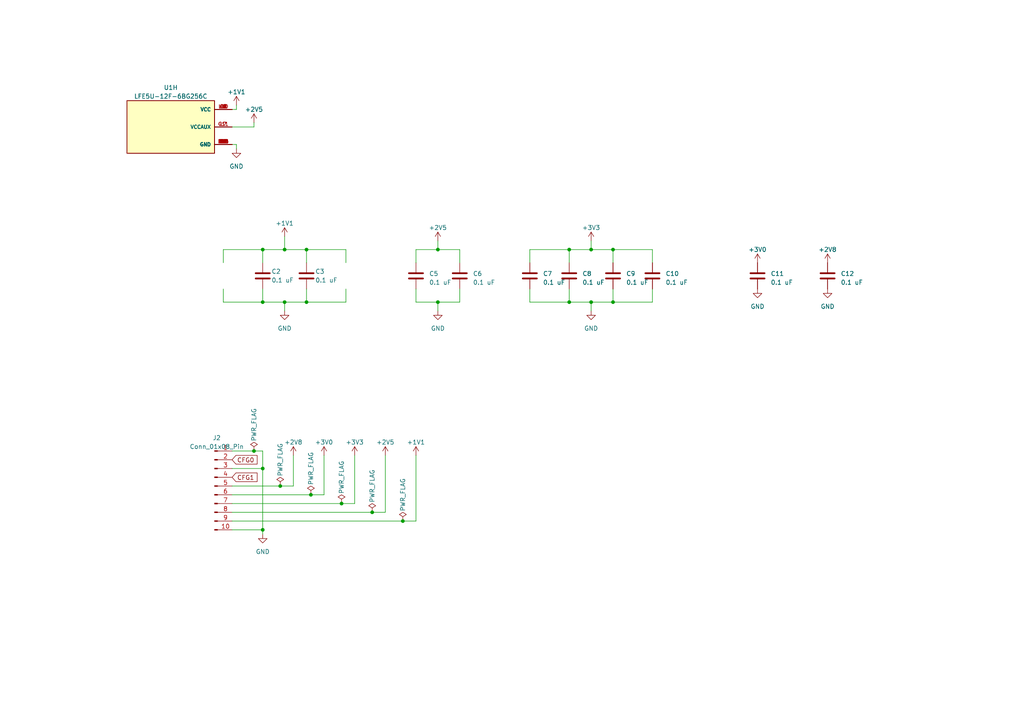
<source format=kicad_sch>
(kicad_sch (version 20230121) (generator eeschema)
  (paper "A4")
  (lib_symbols
    (symbol "Connector:Conn_01x10_Pin" (pin_names (offset 1.016) hide)
      (property "Reference" "J" (at 0 12.7 0))
      (property "Value" "Conn_01x10_Pin" (at 0 -15.24 0))
      (symbol "Conn_01x10_Pin_1_1"
        (polyline (pts (xy 1.27 -12.7) (xy 0.8636 -12.7)) (stroke (width 0.1524)))
        (polyline (pts (xy 1.27 -10.16) (xy 0.8636 -10.16)) (stroke (width 0.1524)))
        (polyline (pts (xy 1.27 -7.62) (xy 0.8636 -7.62)) (stroke (width 0.1524)))
        (polyline (pts (xy 1.27 -5.08) (xy 0.8636 -5.08)) (stroke (width 0.1524)))
        (polyline (pts (xy 1.27 -2.54) (xy 0.8636 -2.54)) (stroke (width 0.1524)))
        (polyline (pts (xy 1.27 0) (xy 0.8636 0)) (stroke (width 0.1524)))
        (polyline (pts (xy 1.27 2.54) (xy 0.8636 2.54)) (stroke (width 0.1524)))
        (polyline (pts (xy 1.27 5.08) (xy 0.8636 5.08)) (stroke (width 0.1524)))
        (polyline (pts (xy 1.27 7.62) (xy 0.8636 7.62)) (stroke (width 0.1524)))
        (polyline (pts (xy 1.27 10.16) (xy 0.8636 10.16)) (stroke (width 0.1524)))
        (rectangle (start 0.8636 -12.573) (end 0 -12.827) (stroke (width 0.1524)) (fill (type outline)))
        (rectangle (start 0.8636 -10.033) (end 0 -10.287) (stroke (width 0.1524)) (fill (type outline)))
        (rectangle (start 0.8636 -7.493) (end 0 -7.747) (stroke (width 0.1524)) (fill (type outline)))
        (rectangle (start 0.8636 -4.953) (end 0 -5.207) (stroke (width 0.1524)) (fill (type outline)))
        (rectangle (start 0.8636 -2.413) (end 0 -2.667) (stroke (width 0.1524)) (fill (type outline)))
        (rectangle (start 0.8636 0.127) (end 0 -0.127) (stroke (width 0.1524)) (fill (type outline)))
        (rectangle (start 0.8636 2.667) (end 0 2.413) (stroke (width 0.1524)) (fill (type outline)))
        (rectangle (start 0.8636 5.207) (end 0 4.953) (stroke (width 0.1524)) (fill (type outline)))
        (rectangle (start 0.8636 7.747) (end 0 7.493) (stroke (width 0.1524)) (fill (type outline)))
        (rectangle (start 0.8636 10.287) (end 0 10.033) (stroke (width 0.1524)) (fill (type outline)))
        (pin passive line (at 5.08 10.16 180) (length 3.81) (name "Pin_1") (number "1"))
        (pin passive line (at 5.08 -12.7 180) (length 3.81) (name "Pin_10") (number "10"))
        (pin passive line (at 5.08 7.62 180) (length 3.81) (name "Pin_2") (number "2"))
        (pin passive line (at 5.08 5.08 180) (length 3.81) (name "Pin_3") (number "3"))
        (pin passive line (at 5.08 2.54 180) (length 3.81) (name "Pin_4") (number "4"))
        (pin passive line (at 5.08 0 180) (length 3.81) (name "Pin_5") (number "5"))
        (pin passive line (at 5.08 -2.54 180) (length 3.81) (name "Pin_6") (number "6"))
        (pin passive line (at 5.08 -5.08 180) (length 3.81) (name "Pin_7") (number "7"))
        (pin passive line (at 5.08 -7.62 180) (length 3.81) (name "Pin_8") (number "8"))
        (pin passive line (at 5.08 -10.16 180) (length 3.81) (name "Pin_9") (number "9"))
      )
    )
    (symbol "Device:C" (pin_numbers hide) (pin_names (offset 0.254))
      (property "Reference" "C" (at 0.635 2.54 0))
      (property "Value" "C" (at 0.635 -2.54 0))
      (symbol "C_0_1"
        (polyline (pts (xy -2.032 -0.762) (xy 2.032 -0.762)) (stroke (width 0.508)))
        (polyline (pts (xy -2.032 0.762) (xy 2.032 0.762)) (stroke (width 0.508)))
      )
      (symbol "C_1_1"
        (pin passive line (at 0 3.81 270) (length 2.794) (name "~") (number "1"))
        (pin passive line (at 0 -3.81 90) (length 2.794) (name "~") (number "2"))
      )
    )
    (symbol "LFE5U-12F-6BG256C:LFE5U-12F-6BG256C" (pin_names (offset 1.016))
      (property "Reference" "U" (at -22.86 26.67 0))
      (property "Value" "LFE5U-12F-6BG256C" (at -22.86 -26.67 0))
      (symbol "LFE5U-12F-6BG256C_1_0"
        (rectangle (start -22.86 -25.4) (end 22.86 25.4) (stroke (width 0.254)) (fill (type background)))
        (pin bidirectional line (at -27.94 17.78 0) (length 5.08) (name "PT4A") (number "A2"))
        (pin bidirectional line (at -27.94 10.16 0) (length 5.08) (name "PT6A") (number "A3"))
        (pin bidirectional line (at -27.94 7.62 0) (length 5.08) (name "PT6B") (number "A4"))
        (pin bidirectional line (at 27.94 17.78 180) (length 5.08) (name "PT18A") (number "A5"))
        (pin bidirectional line (at 27.94 15.24 180) (length 5.08) (name "PT18B") (number "A6"))
        (pin bidirectional line (at 27.94 -20.32 180) (length 5.08) (name "PT29APCLKT0_0") (number "A7"))
        (pin bidirectional line (at 27.94 -22.86 180) (length 5.08) (name "PT29B/PCLKC0_0") (number "A8"))
        (pin bidirectional line (at -27.94 15.24 0) (length 5.08) (name "PT4B") (number "B3"))
        (pin bidirectional line (at -27.94 -7.62 0) (length 5.08) (name "PT11B") (number "B4"))
        (pin bidirectional line (at -27.94 -22.86 0) (length 5.08) (name "PT15B") (number "B5"))
        (pin bidirectional line (at 27.94 0 180) (length 5.08) (name "PT22B") (number "B6"))
        (pin bidirectional line (at 27.94 -15.24 180) (length 5.08) (name "PT27B/PCLKC0_1") (number "B7"))
        (pin bidirectional line (at -27.94 -5.08 0) (length 5.08) (name "PT11A") (number "C4"))
        (pin bidirectional line (at -27.94 -20.32 0) (length 5.08) (name "PT15A") (number "C5"))
        (pin bidirectional line (at 27.94 2.54 180) (length 5.08) (name "PT22A") (number "C6"))
        (pin bidirectional line (at 27.94 -12.7 180) (length 5.08) (name "PT27A/PCLKT0_1") (number "C7"))
        (pin bidirectional line (at -27.94 0 0) (length 5.08) (name "PT9B") (number "D4"))
        (pin bidirectional line (at -27.94 -15.24 0) (length 5.08) (name "PT13B") (number "D5"))
        (pin bidirectional line (at 27.94 7.62 180) (length 5.08) (name "PT20B") (number "D6"))
        (pin bidirectional line (at 27.94 -7.62 180) (length 5.08) (name "PT24B/GR_PCLK0_0") (number "D7"))
        (pin bidirectional line (at -27.94 2.54 0) (length 5.08) (name "PT9A") (number "E4"))
        (pin bidirectional line (at -27.94 -12.7 0) (length 5.08) (name "PT13A") (number "E5"))
        (pin bidirectional line (at 27.94 10.16 180) (length 5.08) (name "PT20A") (number "E6"))
        (pin bidirectional line (at 27.94 -5.08 180) (length 5.08) (name "PT24A/GR_PCLK0_1") (number "E7"))
        (pin power_in line (at 27.94 22.86 180) (length 5.08) (name "VCCIO0") (number "F6"))
        (pin power_in line (at 27.94 22.86 180) (length 5.08) (name "VCCIO0") (number "F7"))
      )
      (symbol "LFE5U-12F-6BG256C_2_0"
        (rectangle (start -22.86 -33.02) (end 22.86 33.02) (stroke (width 0.254)) (fill (type background)))
        (pin bidirectional line (at -27.94 15.24 0) (length 5.08) (name "PT42B") (number "A10"))
        (pin bidirectional line (at -27.94 -20.32 0) (length 5.08) (name "PT53A") (number "A11"))
        (pin bidirectional line (at -27.94 -22.86 0) (length 5.08) (name "PT53B") (number "A12"))
        (pin bidirectional line (at 27.94 2.54 180) (length 5.08) (name "PT65A") (number "A13"))
        (pin bidirectional line (at 27.94 0 180) (length 5.08) (name "PT65B") (number "A14"))
        (pin bidirectional line (at 27.94 -7.62 180) (length 5.08) (name "PT67B") (number "A15"))
        (pin bidirectional line (at -27.94 17.78 0) (length 5.08) (name "PT42A") (number "A9"))
        (pin bidirectional line (at -27.94 10.16 0) (length 5.08) (name "PT44A") (number "B10"))
        (pin bidirectional line (at -27.94 -5.08 0) (length 5.08) (name "PT49A") (number "B11"))
        (pin bidirectional line (at -27.94 -27.94 0) (length 5.08) (name "PT56A") (number "B12"))
        (pin bidirectional line (at 27.94 17.78 180) (length 5.08) (name "PT60A") (number "B13"))
        (pin bidirectional line (at 27.94 -5.08 180) (length 5.08) (name "PT67A") (number "B14"))
        (pin bidirectional line (at 27.94 -22.86 180) (length 5.08) (name "PT35B/PCLKC1_0") (number "B8"))
        (pin bidirectional line (at 27.94 -27.94 180) (length 5.08) (name "PT38A/GR_PCLK1_0") (number "B9"))
        (pin bidirectional line (at -27.94 7.62 0) (length 5.08) (name "PT44B") (number "C10"))
        (pin bidirectional line (at -27.94 -7.62 0) (length 5.08) (name "PT49B") (number "C11"))
        (pin bidirectional line (at -27.94 -30.48 0) (length 5.08) (name "PT56B") (number "C12"))
        (pin bidirectional line (at 27.94 15.24 180) (length 5.08) (name "PT60B") (number "C13"))
        (pin bidirectional line (at 27.94 -20.32 180) (length 5.08) (name "PT35A/PCLKT1_0") (number "C8"))
        (pin bidirectional line (at 27.94 -30.48 180) (length 5.08) (name "PT38B/GR_PCLK1_1") (number "C9"))
        (pin bidirectional line (at -27.94 2.54 0) (length 5.08) (name "PT47A") (number "D10"))
        (pin bidirectional line (at -27.94 -12.7 0) (length 5.08) (name "PT51A") (number "D11"))
        (pin bidirectional line (at 27.94 25.4 180) (length 5.08) (name "PT58A") (number "D12"))
        (pin bidirectional line (at 27.94 10.16 180) (length 5.08) (name "PT62A") (number "D13"))
        (pin bidirectional line (at 27.94 -15.24 180) (length 5.08) (name "PT33B/PCLKC1_1") (number "D8"))
        (pin bidirectional line (at -27.94 25.4 0) (length 5.08) (name "PT40A") (number "D9"))
        (pin bidirectional line (at -27.94 0 0) (length 5.08) (name "PT47B") (number "E10"))
        (pin bidirectional line (at -27.94 -15.24 0) (length 5.08) (name "PT51B") (number "E11"))
        (pin bidirectional line (at 27.94 22.86 180) (length 5.08) (name "PT58B") (number "E12"))
        (pin bidirectional line (at 27.94 7.62 180) (length 5.08) (name "PT62B") (number "E13"))
        (pin bidirectional line (at 27.94 -12.7 180) (length 5.08) (name "PT33A/PCLKT1_1") (number "E8"))
        (pin bidirectional line (at -27.94 22.86 0) (length 5.08) (name "PT40B") (number "E9"))
        (pin power_in line (at 27.94 30.48 180) (length 5.08) (name "VCCIO1") (number "F10"))
        (pin power_in line (at 27.94 30.48 180) (length 5.08) (name "VCCIO1") (number "F11"))
      )
      (symbol "LFE5U-12F-6BG256C_3_0"
        (rectangle (start -25.4 -27.94) (end 25.4 27.94) (stroke (width 0.254)) (fill (type background)))
        (pin bidirectional line (at -30.48 17.78 0) (length 5.08) (name "PR2B/S0_IN") (number "B15"))
        (pin bidirectional line (at -30.48 20.32 0) (length 5.08) (name "PR2A") (number "B16"))
        (pin bidirectional line (at -30.48 15.24 0) (length 5.08) (name "PR2C") (number "C14"))
        (pin bidirectional line (at -30.48 5.08 0) (length 5.08) (name "PR5B") (number "C15"))
        (pin bidirectional line (at -30.48 7.62 0) (length 5.08) (name "PR5A") (number "C16"))
        (pin bidirectional line (at -30.48 12.7 0) (length 5.08) (name "PR2D") (number "D14"))
        (pin bidirectional line (at -30.48 -5.08 0) (length 5.08) (name "PR8A") (number "D16"))
        (pin bidirectional line (at -30.48 2.54 0) (length 5.08) (name "PR5C") (number "E14"))
        (pin bidirectional line (at -30.48 -7.62 0) (length 5.08) (name "PR8B") (number "E15"))
        (pin bidirectional line (at -30.48 -25.4 0) (length 5.08) (name "PR11D") (number "E16"))
        (pin bidirectional line (at -30.48 -12.7 0) (length 5.08) (name "PR8D") (number "F12"))
        (pin bidirectional line (at -30.48 -10.16 0) (length 5.08) (name "PR8C") (number "F13"))
        (pin bidirectional line (at -30.48 0 0) (length 5.08) (name "PR5D") (number "F14"))
        (pin bidirectional line (at -30.48 -22.86 0) (length 5.08) (name "PR11C") (number "F15"))
        (pin bidirectional line (at 30.48 20.32 180) (length 5.08) (name "PR14A") (number "F16"))
        (pin bidirectional line (at -30.48 -17.78 0) (length 5.08) (name "PR11A") (number "G12"))
        (pin bidirectional line (at -30.48 -20.32 0) (length 5.08) (name "PR11B") (number "G13"))
        (pin bidirectional line (at 30.48 15.24 180) (length 5.08) (name "PR14C/VREF1_2") (number "G14"))
        (pin bidirectional line (at 30.48 17.78 180) (length 5.08) (name "PR14B") (number "G15"))
        (pin bidirectional line (at 30.48 -5.08 180) (length 5.08) (name "PR20A/GR_PCLK2_1") (number "G16"))
        (pin power_in line (at 30.48 25.4 180) (length 5.08) (name "VCCIO2") (number "H11"))
        (pin bidirectional line (at 30.48 7.62 180) (length 5.08) (name "PR17A") (number "H12"))
        (pin bidirectional line (at 30.48 5.08 180) (length 5.08) (name "PR17B") (number "H13"))
        (pin bidirectional line (at 30.48 12.7 180) (length 5.08) (name "PR14D") (number "H14"))
        (pin bidirectional line (at 30.48 -7.62 180) (length 5.08) (name "PR20B") (number "H15"))
        (pin power_in line (at 30.48 25.4 180) (length 5.08) (name "VCCIO2") (number "J11"))
        (pin bidirectional line (at 30.48 0 180) (length 5.08) (name "PR17D") (number "J12"))
        (pin bidirectional line (at 30.48 2.54 180) (length 5.08) (name "PR17C") (number "J13"))
        (pin bidirectional line (at 30.48 -10.16 180) (length 5.08) (name "PR20C/GR_PCLK2_0") (number "J14"))
        (pin bidirectional line (at 30.48 -20.32 180) (length 5.08) (name "PR23B/PCLKC2_1") (number "J15"))
        (pin bidirectional line (at 30.48 -17.78 180) (length 5.08) (name "PR23A/PCLKT2_1") (number "J16"))
        (pin bidirectional line (at 30.48 -12.7 180) (length 5.08) (name "PR20D") (number "K14"))
        (pin bidirectional line (at 30.48 -25.4 180) (length 5.08) (name "PR23D/PCLKC2_0") (number "K15"))
        (pin bidirectional line (at 30.48 -22.86 180) (length 5.08) (name "PR23C/PCLKT2_0") (number "K16"))
      )
      (symbol "LFE5U-12F-6BG256C_4_0"
        (rectangle (start -25.4 -27.94) (end 25.4 27.94) (stroke (width 0.254)) (fill (type background)))
        (pin power_in line (at 30.48 25.4 180) (length 5.08) (name "VCCIO3") (number "K11"))
        (pin bidirectional line (at -30.48 5.08 0) (length 5.08) (name "PR29B") (number "K12"))
        (pin bidirectional line (at -30.48 7.62 0) (length 5.08) (name "PR29A/GR_PCLK3_0") (number "K13"))
        (pin power_in line (at 30.48 25.4 180) (length 5.08) (name "VCCIO3") (number "L11"))
        (pin bidirectional line (at -30.48 0 0) (length 5.08) (name "PR29D") (number "L12"))
        (pin bidirectional line (at -30.48 2.54 0) (length 5.08) (name "PR29C/GR_PCLK3_1") (number "L13"))
        (pin bidirectional line (at -30.48 -10.16 0) (length 5.08) (name "PR32C") (number "L14"))
        (pin bidirectional line (at -30.48 17.78 0) (length 5.08) (name "PR26B/PCLKC3_1") (number "L15"))
        (pin bidirectional line (at -30.48 20.32 0) (length 5.08) (name "PR26A/PCLKT3_1") (number "L16"))
        (pin bidirectional line (at 30.48 -17.78 180) (length 5.08) (name "PR47A") (number "M11"))
        (pin bidirectional line (at 30.48 -10.16 180) (length 5.08) (name "PR44C") (number "M12"))
        (pin bidirectional line (at -30.48 -22.86 0) (length 5.08) (name "PR35C") (number "M13"))
        (pin bidirectional line (at -30.48 -12.7 0) (length 5.08) (name "PR32D") (number "M14"))
        (pin bidirectional line (at -30.48 12.7 0) (length 5.08) (name "PR26D/PCLKC3_0") (number "M15"))
        (pin bidirectional line (at -30.48 15.24 0) (length 5.08) (name "PR26C/PCLKT3_0") (number "M16"))
        (pin bidirectional line (at 30.48 -20.32 180) (length 5.08) (name "PR47B") (number "N11"))
        (pin bidirectional line (at 30.48 -12.7 180) (length 5.08) (name "PR44D") (number "N12"))
        (pin bidirectional line (at 30.48 20.32 180) (length 5.08) (name "PR38A") (number "N13"))
        (pin bidirectional line (at -30.48 -25.4 0) (length 5.08) (name "PR35D") (number "N14"))
        (pin bidirectional line (at -30.48 -5.08 0) (length 5.08) (name "PR32A") (number "N16"))
        (pin bidirectional line (at 30.48 -22.86 180) (length 5.08) (name "PR47C/LRC_GPLL0T_IN") (number "P11"))
        (pin bidirectional line (at 30.48 -25.4 180) (length 5.08) (name "PR47D/LRC_GPLL0C_IN") (number "P12"))
        (pin bidirectional line (at 30.48 7.62 180) (length 5.08) (name "PR41A") (number "P13"))
        (pin bidirectional line (at 30.48 17.78 180) (length 5.08) (name "PR38B") (number "P14"))
        (pin bidirectional line (at -30.48 -7.62 0) (length 5.08) (name "PR32B") (number "P15"))
        (pin bidirectional line (at -30.48 -17.78 0) (length 5.08) (name "PR35A") (number "P16"))
        (pin bidirectional line (at 30.48 -5.08 180) (length 5.08) (name "PR44A") (number "R12"))
        (pin bidirectional line (at 30.48 2.54 180) (length 5.08) (name "PR41C") (number "R13"))
        (pin bidirectional line (at 30.48 5.08 180) (length 5.08) (name "PR41B") (number "R14"))
        (pin bidirectional line (at 30.48 15.24 180) (length 5.08) (name "PR38C") (number "R15"))
        (pin bidirectional line (at -30.48 -20.32 0) (length 5.08) (name "PR35B/VREF1_3") (number "R16"))
        (pin bidirectional line (at 30.48 -7.62 180) (length 5.08) (name "PR44B") (number "T13"))
        (pin bidirectional line (at 30.48 0 180) (length 5.08) (name "PR41D") (number "T14"))
        (pin bidirectional line (at 30.48 12.7 180) (length 5.08) (name "PR38D") (number "T15"))
      )
      (symbol "LFE5U-12F-6BG256C_5_0"
        (rectangle (start -25.4 -27.94) (end 25.4 27.94) (stroke (width 0.254)) (fill (type background)))
        (pin power_in line (at 30.48 25.4 180) (length 5.08) (name "VCCIO6") (number "J6"))
        (pin power_in line (at 30.48 25.4 180) (length 5.08) (name "VCCIO6") (number "J7"))
        (pin bidirectional line (at -30.48 7.62 0) (length 5.08) (name "PL29A/GR_PCLK6_0") (number "K4"))
        (pin bidirectional line (at -30.48 5.08 0) (length 5.08) (name "PL29B") (number "K5"))
        (pin bidirectional line (at -30.48 20.32 0) (length 5.08) (name "PL26A/PCLKT6_1") (number "L1"))
        (pin bidirectional line (at -30.48 17.78 0) (length 5.08) (name "PL26B/PCLKC6_1") (number "L2"))
        (pin bidirectional line (at -30.48 -10.16 0) (length 5.08) (name "PL32C") (number "L3"))
        (pin bidirectional line (at -30.48 2.54 0) (length 5.08) (name "PL29C/PCLKT6_0") (number "L4"))
        (pin bidirectional line (at -30.48 0 0) (length 5.08) (name "PL29D") (number "L5"))
        (pin bidirectional line (at -30.48 15.24 0) (length 5.08) (name "PL26C/PCLKT6_0") (number "M1"))
        (pin bidirectional line (at -30.48 12.7 0) (length 5.08) (name "PL26D/PCLKC6_0") (number "M2"))
        (pin bidirectional line (at -30.48 -12.7 0) (length 5.08) (name "PL32D") (number "M3"))
        (pin bidirectional line (at -30.48 -22.86 0) (length 5.08) (name "PL35C") (number "M4"))
        (pin bidirectional line (at 30.48 -10.16 180) (length 5.08) (name "PL44C") (number "M5"))
        (pin bidirectional line (at 30.48 -17.78 180) (length 5.08) (name "PL47A") (number "M6"))
        (pin bidirectional line (at -30.48 -5.08 0) (length 5.08) (name "PL32A") (number "N1"))
        (pin bidirectional line (at -30.48 -25.4 0) (length 5.08) (name "PL35D") (number "N3"))
        (pin bidirectional line (at 30.48 20.32 180) (length 5.08) (name "PL38A") (number "N4"))
        (pin bidirectional line (at 30.48 -12.7 180) (length 5.08) (name "PL44D") (number "N5"))
        (pin bidirectional line (at 30.48 -20.32 180) (length 5.08) (name "PL47B") (number "N6"))
        (pin bidirectional line (at -30.48 -17.78 0) (length 5.08) (name "PL35A") (number "P1"))
        (pin bidirectional line (at -30.48 -7.62 0) (length 5.08) (name "PL32B") (number "P2"))
        (pin bidirectional line (at 30.48 17.78 180) (length 5.08) (name "PL38B") (number "P3"))
        (pin bidirectional line (at 30.48 7.62 180) (length 5.08) (name "PL41A") (number "P4"))
        (pin bidirectional line (at 30.48 -25.4 180) (length 5.08) (name "PL47D/LLC_GPLL0C_IN") (number "P5"))
        (pin bidirectional line (at 30.48 -22.86 180) (length 5.08) (name "PL47C/LLC_GPLL0T_IN") (number "P6"))
        (pin bidirectional line (at -30.48 -20.32 0) (length 5.08) (name "PL35B/VREF1_6") (number "R1"))
        (pin bidirectional line (at 30.48 15.24 180) (length 5.08) (name "PL38C") (number "R2"))
        (pin bidirectional line (at 30.48 5.08 180) (length 5.08) (name "PL41B") (number "R3"))
        (pin bidirectional line (at 30.48 2.54 180) (length 5.08) (name "PL41C") (number "R4"))
        (pin bidirectional line (at 30.48 -5.08 180) (length 5.08) (name "PL44A") (number "R5"))
        (pin bidirectional line (at 30.48 12.7 180) (length 5.08) (name "PL38D") (number "T2"))
        (pin bidirectional line (at 30.48 0 180) (length 5.08) (name "PL41D") (number "T3"))
        (pin bidirectional line (at 30.48 -7.62 180) (length 5.08) (name "PL44B") (number "T4"))
      )
      (symbol "LFE5U-12F-6BG256C_6_0"
        (rectangle (start -25.4 -27.94) (end 25.4 27.94) (stroke (width 0.254)) (fill (type background)))
        (pin bidirectional line (at -30.48 20.32 0) (length 5.08) (name "PL2A") (number "B1"))
        (pin bidirectional line (at -30.48 17.78 0) (length 5.08) (name "PL2B") (number "B2"))
        (pin bidirectional line (at -30.48 7.62 0) (length 5.08) (name "PL5A") (number "C1"))
        (pin bidirectional line (at -30.48 5.08 0) (length 5.08) (name "PL5B") (number "C2"))
        (pin bidirectional line (at -30.48 15.24 0) (length 5.08) (name "PL2C") (number "C3"))
        (pin bidirectional line (at -30.48 -5.08 0) (length 5.08) (name "PL8A") (number "D1"))
        (pin bidirectional line (at -30.48 12.7 0) (length 5.08) (name "PL2D") (number "D3"))
        (pin bidirectional line (at -30.48 -25.4 0) (length 5.08) (name "PL11D") (number "E1"))
        (pin bidirectional line (at -30.48 -7.62 0) (length 5.08) (name "PL8B") (number "E2"))
        (pin bidirectional line (at -30.48 2.54 0) (length 5.08) (name "PL5C") (number "E3"))
        (pin bidirectional line (at 30.48 20.32 180) (length 5.08) (name "PL14A") (number "F1"))
        (pin bidirectional line (at -30.48 -22.86 0) (length 5.08) (name "PL11C") (number "F2"))
        (pin bidirectional line (at -30.48 0 0) (length 5.08) (name "PL5D") (number "F3"))
        (pin bidirectional line (at -30.48 -10.16 0) (length 5.08) (name "PL8C") (number "F4"))
        (pin bidirectional line (at -30.48 -12.7 0) (length 5.08) (name "PL8D") (number "F5"))
        (pin bidirectional line (at 30.48 -5.08 180) (length 5.08) (name "PL20A/GR_PCLK7_1") (number "G1"))
        (pin bidirectional line (at 30.48 17.78 180) (length 5.08) (name "PL14B") (number "G2"))
        (pin bidirectional line (at 30.48 15.24 180) (length 5.08) (name "PL14C/VREF1_7") (number "G3"))
        (pin bidirectional line (at -30.48 -20.32 0) (length 5.08) (name "PL11B") (number "G4"))
        (pin bidirectional line (at -30.48 -17.78 0) (length 5.08) (name "PL11A") (number "G5"))
        (pin bidirectional line (at 30.48 -7.62 180) (length 5.08) (name "PL20B") (number "H2"))
        (pin bidirectional line (at 30.48 12.7 180) (length 5.08) (name "PL14D") (number "H3"))
        (pin bidirectional line (at 30.48 5.08 180) (length 5.08) (name "PL17B") (number "H4"))
        (pin bidirectional line (at 30.48 7.62 180) (length 5.08) (name "PL17A") (number "H5"))
        (pin power_in line (at 30.48 25.4 180) (length 5.08) (name "VCCIO7") (number "H6"))
        (pin power_in line (at 30.48 25.4 180) (length 5.08) (name "VCCIO7") (number "H7"))
        (pin bidirectional line (at 30.48 -17.78 180) (length 5.08) (name "PL23A/PCLKT7_1") (number "J1"))
        (pin bidirectional line (at 30.48 -20.32 180) (length 5.08) (name "PL23B/PCLKC7_1") (number "J2"))
        (pin bidirectional line (at 30.48 -10.16 180) (length 5.08) (name "PL20C/GR_PCLK7_0") (number "J3"))
        (pin bidirectional line (at 30.48 2.54 180) (length 5.08) (name "PL17C") (number "J4"))
        (pin bidirectional line (at 30.48 0 180) (length 5.08) (name "PL17D") (number "J5"))
        (pin bidirectional line (at 30.48 -22.86 180) (length 5.08) (name "PL23C/PCLKT7_0") (number "K1"))
        (pin bidirectional line (at 30.48 -25.4 180) (length 5.08) (name "PL23D/PCLKC7_0") (number "K2"))
        (pin bidirectional line (at 30.48 -12.7 180) (length 5.08) (name "PL20D") (number "K3"))
      )
      (symbol "LFE5U-12F-6BG256C_7_0"
        (rectangle (start -30.48 -20.32) (end 30.48 20.32) (stroke (width 0.254)) (fill (type background)))
        (pin power_in line (at 35.56 17.78 180) (length 5.08) (name "VCCIO8") (number "L6"))
        (pin bidirectional line (at 35.56 0 180) (length 5.08) (name "PB9B/D2/IO2") (number "M7"))
        (pin bidirectional line (at -35.56 -10.16 0) (length 5.08) (name "PB15B/DOUT/CSON") (number "M8"))
        (pin bidirectional line (at 35.56 -17.78 180) (length 5.08) (name "PB18A/WRITEN") (number "M9"))
        (pin input line (at -35.56 7.62 0) (length 5.08) (name "CFG_0") (number "N10"))
        (pin bidirectional line (at 35.56 2.54 180) (length 5.08) (name "PB9A/D3/IO3") (number "N7"))
        (pin bidirectional line (at -35.56 -12.7 0) (length 5.08) (name "PB15A/~{HOLD~{/DI/BUSY/CSSPIN/CEN}") (number "N8"))
        (pin input clock (at -35.56 10.16 0) (length 5.08) (name "CCLK/MCLK/SCK") (number "N9"))
        (pin input line (at -35.56 5.08 0) (length 5.08) (name "CFG_1") (number "P10"))
        (pin bidirectional line (at 35.56 5.08 180) (length 5.08) (name "PB6B/D4/MOSI2/IO4") (number "P7"))
        (pin bidirectional line (at 35.56 -12.7 180) (length 5.08) (name "PB13B/~{CS1}") (number "P8"))
        (pin bidirectional line (at -35.56 -2.54 0) (length 5.08) (name "DONE") (number "P9"))
        (pin input line (at -35.56 2.54 0) (length 5.08) (name "CFG_2") (number "R10"))
        (pin bidirectional line (at 35.56 10.16 180) (length 5.08) (name "PB4B/D6/IO6") (number "R6"))
        (pin bidirectional line (at 35.56 7.62 180) (length 5.08) (name "PB6A/D5/MISO2/IO5") (number "R7"))
        (pin bidirectional line (at 35.56 -10.16 180) (length 5.08) (name "PB13A/SN/~{CS}") (number "R8"))
        (pin input line (at -35.56 12.7 0) (length 5.08) (name "~{PROGRAM}") (number "R9"))
        (pin bidirectional line (at 35.56 12.7 180) (length 5.08) (name "PB4A/D7/IO7") (number "T6"))
        (pin bidirectional line (at 35.56 -2.54 180) (length 5.08) (name "PB11A/D1/MISO/IO1") (number "T7"))
        (pin bidirectional line (at 35.56 -5.08 180) (length 5.08) (name "PB11B/D0/MOSI/IO0") (number "T8"))
        (pin bidirectional line (at -35.56 -5.08 0) (length 5.08) (name "~{INIT}") (number "T9"))
      )
      (symbol "LFE5U-12F-6BG256C_8_0"
        (rectangle (start -12.7 -7.62) (end 12.7 7.62) (stroke (width 0.254)) (fill (type background)))
        (pin power_in line (at 17.78 -5.08 180) (length 5.08) (name "GND") (number "A1"))
        (pin power_in line (at 17.78 -5.08 180) (length 5.08) (name "GND") (number "A16"))
        (pin power_in line (at 17.78 -5.08 180) (length 5.08) (name "GND") (number "D15"))
        (pin power_in line (at 17.78 -5.08 180) (length 5.08) (name "GND") (number "D2"))
        (pin power_in line (at 17.78 -5.08 180) (length 5.08) (name "GND") (number "F8"))
        (pin power_in line (at 17.78 -5.08 180) (length 5.08) (name "GND") (number "F9"))
        (pin power_in line (at 17.78 -5.08 180) (length 5.08) (name "GND") (number "G10"))
        (pin power_in line (at 17.78 0 180) (length 5.08) (name "VCCAUX") (number "G11"))
        (pin power_in line (at 17.78 5.08 180) (length 5.08) (name "VCC") (number "G6"))
        (pin power_in line (at 17.78 5.08 180) (length 5.08) (name "VCC") (number "G7"))
        (pin power_in line (at 17.78 -5.08 180) (length 5.08) (name "GND") (number "G8"))
        (pin power_in line (at 17.78 5.08 180) (length 5.08) (name "VCC") (number "G9"))
        (pin power_in line (at 17.78 -5.08 180) (length 5.08) (name "GND") (number "H1"))
        (pin power_in line (at 17.78 -5.08 180) (length 5.08) (name "GND") (number "H10"))
        (pin power_in line (at 17.78 -5.08 180) (length 5.08) (name "GND") (number "H16"))
        (pin power_in line (at 17.78 -5.08 180) (length 5.08) (name "GND") (number "H8"))
        (pin power_in line (at 17.78 -5.08 180) (length 5.08) (name "GND") (number "H9"))
        (pin power_in line (at 17.78 -5.08 180) (length 5.08) (name "GND") (number "J10"))
        (pin power_in line (at 17.78 -5.08 180) (length 5.08) (name "GND") (number "J8"))
        (pin power_in line (at 17.78 -5.08 180) (length 5.08) (name "GND") (number "J9"))
        (pin power_in line (at 17.78 -5.08 180) (length 5.08) (name "GND") (number "K10"))
        (pin power_in line (at 17.78 -5.08 180) (length 5.08) (name "GND") (number "K6"))
        (pin power_in line (at 17.78 -5.08 180) (length 5.08) (name "GND") (number "K7"))
        (pin power_in line (at 17.78 -5.08 180) (length 5.08) (name "GND") (number "K8"))
        (pin power_in line (at 17.78 -5.08 180) (length 5.08) (name "GND") (number "K9"))
        (pin power_in line (at 17.78 5.08 180) (length 5.08) (name "VCC") (number "L10"))
        (pin power_in line (at 17.78 0 180) (length 5.08) (name "VCCAUX") (number "L7"))
        (pin power_in line (at 17.78 5.08 180) (length 5.08) (name "VCC") (number "L8"))
        (pin power_in line (at 17.78 5.08 180) (length 5.08) (name "VCC") (number "L9"))
        (pin power_in line (at 17.78 -5.08 180) (length 5.08) (name "GND") (number "N15"))
        (pin power_in line (at 17.78 -5.08 180) (length 5.08) (name "GND") (number "N2"))
        (pin power_in line (at 17.78 -5.08 180) (length 5.08) (name "GND") (number "T1"))
        (pin power_in line (at 17.78 -5.08 180) (length 5.08) (name "GND") (number "T12"))
        (pin power_in line (at 17.78 -5.08 180) (length 5.08) (name "GND") (number "T16"))
        (pin power_in line (at 17.78 -5.08 180) (length 5.08) (name "GND") (number "T5"))
      )
      (symbol "LFE5U-12F-6BG256C_9_0"
        (rectangle (start -5.08 -7.62) (end 5.08 5.08) (stroke (width 0.254)) (fill (type background)))
        (pin output line (at -10.16 0 0) (length 5.08) (name "TDO") (number "M10"))
        (pin input line (at -10.16 2.54 0) (length 5.08) (name "TDI") (number "R11"))
        (pin bidirectional clock (at -10.16 -5.08 0) (length 5.08) (name "TCK") (number "T10"))
        (pin input line (at -10.16 -2.54 0) (length 5.08) (name "TMS") (number "T11"))
      )
    )
    (symbol "power:+1V1" (power) (pin_names (offset 0))
      (property "Value" "+1V1" (at 0 3.556 0))
      (symbol "+1V1_0_1"
        (polyline (pts (xy -0.762 1.27) (xy 0 2.54)))
        (polyline (pts (xy 0 0) (xy 0 2.54)))
        (polyline (pts (xy 0 2.54) (xy 0.762 1.27)))
      )
      (symbol "+1V1_1_1"
        (pin power_in line (at 0 0 90) (length 0) hide (name "+1V1") (number "1"))
      )
    )
    (symbol "power:+2V5" (power) (pin_names (offset 0))
      (property "Value" "+2V5" (at 0 3.556 0))
      (symbol "+2V5_0_1"
        (polyline (pts (xy -0.762 1.27) (xy 0 2.54)))
        (polyline (pts (xy 0 0) (xy 0 2.54)))
        (polyline (pts (xy 0 2.54) (xy 0.762 1.27)))
      )
      (symbol "+2V5_1_1"
        (pin power_in line (at 0 0 90) (length 0) hide (name "+2V5") (number "1"))
      )
    )
    (symbol "power:+2V8" (power) (pin_names (offset 0))
      (property "Value" "+2V8" (at 0 3.556 0))
      (symbol "+2V8_0_1"
        (polyline (pts (xy -0.762 1.27) (xy 0 2.54)))
        (polyline (pts (xy 0 0) (xy 0 2.54)))
        (polyline (pts (xy 0 2.54) (xy 0.762 1.27)))
      )
      (symbol "+2V8_1_1"
        (pin power_in line (at 0 0 90) (length 0) hide (name "+2V8") (number "1"))
      )
    )
    (symbol "power:+3V0" (power) (pin_names (offset 0))
      (property "Value" "+3V0" (at 0 3.556 0))
      (symbol "+3V0_0_1"
        (polyline (pts (xy -0.762 1.27) (xy 0 2.54)))
        (polyline (pts (xy 0 0) (xy 0 2.54)))
        (polyline (pts (xy 0 2.54) (xy 0.762 1.27)))
      )
      (symbol "+3V0_1_1"
        (pin power_in line (at 0 0 90) (length 0) hide (name "+3V0") (number "1"))
      )
    )
    (symbol "power:+3V3" (power) (pin_names (offset 0))
      (property "Value" "+3V3" (at 0 3.556 0))
      (symbol "+3V3_0_1"
        (polyline (pts (xy -0.762 1.27) (xy 0 2.54)))
        (polyline (pts (xy 0 0) (xy 0 2.54)))
        (polyline (pts (xy 0 2.54) (xy 0.762 1.27)))
      )
      (symbol "+3V3_1_1"
        (pin power_in line (at 0 0 90) (length 0) hide (name "+3V3") (number "1"))
      )
    )
    (symbol "power:GND" (power) (pin_names (offset 0))
      (property "Value" "GND" (at 0 -3.81 0))
      (symbol "GND_0_1"
        (polyline (pts (xy 0 0) (xy 0 -1.27) (xy 1.27 -1.27) (xy 0 -2.54) (xy -1.27 -1.27) (xy 0 -1.27)))
      )
      (symbol "GND_1_1"
        (pin power_in line (at 0 0 270) (length 0) hide (name "GND") (number "1"))
      )
    )
    (symbol "power:PWR_FLAG" (power) (pin_numbers hide) (pin_names (offset 0) hide)
      (property "Value" "PWR_FLAG" (at 0 3.81 0))
      (symbol "PWR_FLAG_0_0"
        (pin power_out line (at 0 0 90) (length 0) (name "pwr") (number "1"))
      )
      (symbol "PWR_FLAG_0_1"
        (polyline (pts (xy 0 0) (xy 0 1.27) (xy -1.016 1.905) (xy 0 2.54) (xy 1.016 1.905) (xy 0 1.27)))
      )
    )
  )
  (junction (at 171.45 87.63))
  (junction (at 76.2 72.39))
  (junction (at 76.2 87.63))
  (junction (at 165.1 87.63))
  (junction (at 81.28 140.97))
  (junction (at 73.66 130.81))
  (junction (at 88.9 87.63))
  (junction (at 177.8 87.63))
  (junction (at 82.55 72.39))
  (junction (at 107.95 148.59))
  (junction (at 177.8 72.39))
  (junction (at 82.55 87.63))
  (junction (at 76.2 135.89))
  (junction (at 127 72.39))
  (junction (at 127 87.63))
  (junction (at 99.06 146.05))
  (junction (at 90.17 143.51))
  (junction (at 76.2 153.67))
  (junction (at 171.45 72.39))
  (junction (at 165.1 72.39))
  (junction (at 88.9 72.39))
  (junction (at 116.84 151.13))
  (wire (pts (xy 120.65 87.63) (xy 120.65 83.82)))
  (wire (pts (xy 165.1 87.63) (xy 171.45 87.63)))
  (wire (pts (xy 171.45 87.63) (xy 177.8 87.63)))
  (wire (pts (xy 88.9 87.63) (xy 100.33 87.63)))
  (wire (pts (xy 76.2 87.63) (xy 64.77 87.63)))
  (wire (pts (xy 67.31 143.51) (xy 90.17 143.51)))
  (wire (pts (xy 133.35 83.82) (xy 133.35 87.63)))
  (wire (pts (xy 76.2 130.81) (xy 73.66 130.81)))
  (wire (pts (xy 67.31 151.13) (xy 116.84 151.13)))
  (wire (pts (xy 82.55 72.39) (xy 88.9 72.39)))
  (wire (pts (xy 177.8 72.39) (xy 177.8 76.2)))
  (wire (pts (xy 100.33 72.39) (xy 100.33 76.2)))
  (wire (pts (xy 67.31 36.83) (xy 73.66 36.83)))
  (wire (pts (xy 88.9 83.82) (xy 88.9 87.63)))
  (wire (pts (xy 76.2 72.39) (xy 82.55 72.39)))
  (wire (pts (xy 67.31 31.75) (xy 68.58 31.75)))
  (wire (pts (xy 153.67 72.39) (xy 153.67 76.2)))
  (wire (pts (xy 165.1 72.39) (xy 153.67 72.39)))
  (wire (pts (xy 171.45 72.39) (xy 177.8 72.39)))
  (wire (pts (xy 68.58 41.91) (xy 68.58 43.18)))
  (wire (pts (xy 165.1 72.39) (xy 165.1 76.2)))
  (wire (pts (xy 67.31 148.59) (xy 107.95 148.59)))
  (wire (pts (xy 102.87 146.05) (xy 102.87 132.08)))
  (wire (pts (xy 76.2 72.39) (xy 64.77 72.39)))
  (wire (pts (xy 67.31 140.97) (xy 81.28 140.97)))
  (wire (pts (xy 127 72.39) (xy 120.65 72.39)))
  (wire (pts (xy 120.65 87.63) (xy 127 87.63)))
  (wire (pts (xy 171.45 72.39) (xy 165.1 72.39)))
  (wire (pts (xy 153.67 83.82) (xy 153.67 87.63)))
  (wire (pts (xy 171.45 69.85) (xy 171.45 72.39)))
  (wire (pts (xy 67.31 146.05) (xy 99.06 146.05)))
  (wire (pts (xy 165.1 83.82) (xy 165.1 87.63)))
  (wire (pts (xy 81.28 140.97) (xy 85.09 140.97)))
  (wire (pts (xy 76.2 87.63) (xy 82.55 87.63)))
  (wire (pts (xy 82.55 87.63) (xy 88.9 87.63)))
  (wire (pts (xy 67.31 153.67) (xy 76.2 153.67)))
  (wire (pts (xy 82.55 68.58) (xy 82.55 72.39)))
  (wire (pts (xy 153.67 87.63) (xy 165.1 87.63)))
  (wire (pts (xy 111.76 132.08) (xy 111.76 148.59)))
  (wire (pts (xy 73.66 130.81) (xy 67.31 130.81)))
  (wire (pts (xy 189.23 72.39) (xy 189.23 76.2)))
  (wire (pts (xy 73.66 36.83) (xy 73.66 35.56)))
  (wire (pts (xy 99.06 146.05) (xy 102.87 146.05)))
  (wire (pts (xy 127 90.17) (xy 127 87.63)))
  (wire (pts (xy 127 69.85) (xy 127 72.39)))
  (wire (pts (xy 189.23 72.39) (xy 177.8 72.39)))
  (wire (pts (xy 76.2 72.39) (xy 76.2 76.2)))
  (wire (pts (xy 76.2 135.89) (xy 76.2 153.67)))
  (wire (pts (xy 68.58 31.75) (xy 68.58 30.48)))
  (wire (pts (xy 76.2 153.67) (xy 76.2 154.94)))
  (wire (pts (xy 82.55 87.63) (xy 82.55 90.17)))
  (wire (pts (xy 127 87.63) (xy 133.35 87.63)))
  (wire (pts (xy 107.95 148.59) (xy 111.76 148.59)))
  (wire (pts (xy 76.2 83.82) (xy 76.2 87.63)))
  (wire (pts (xy 67.31 41.91) (xy 68.58 41.91)))
  (wire (pts (xy 64.77 72.39) (xy 64.77 76.2)))
  (wire (pts (xy 88.9 72.39) (xy 100.33 72.39)))
  (wire (pts (xy 64.77 87.63) (xy 64.77 83.82)))
  (wire (pts (xy 189.23 83.82) (xy 189.23 87.63)))
  (wire (pts (xy 177.8 83.82) (xy 177.8 87.63)))
  (wire (pts (xy 116.84 151.13) (xy 120.65 151.13)))
  (wire (pts (xy 85.09 140.97) (xy 85.09 132.08)))
  (wire (pts (xy 100.33 83.82) (xy 100.33 87.63)))
  (wire (pts (xy 133.35 72.39) (xy 127 72.39)))
  (wire (pts (xy 177.8 87.63) (xy 189.23 87.63)))
  (wire (pts (xy 171.45 90.17) (xy 171.45 87.63)))
  (wire (pts (xy 93.98 143.51) (xy 93.98 132.08)))
  (wire (pts (xy 67.31 135.89) (xy 76.2 135.89)))
  (wire (pts (xy 90.17 143.51) (xy 93.98 143.51)))
  (wire (pts (xy 133.35 72.39) (xy 133.35 76.2)))
  (wire (pts (xy 120.65 151.13) (xy 120.65 132.08)))
  (wire (pts (xy 76.2 135.89) (xy 76.2 130.81)))
  (wire (pts (xy 120.65 72.39) (xy 120.65 76.2)))
  (wire (pts (xy 88.9 72.39) (xy 88.9 76.2)))
  (global_label "CFG0" (shape input) (at 67.31 133.35 0) (property "Intersheetrefs" "${INTERSHEET_REFS}" (effects hide)))
  (global_label "CFG1" (shape input) (at 67.31 138.43 0) (property "Intersheetrefs" "${INTERSHEET_REFS}" (effects hide)))
  (symbol (lib_id "power:+2V5") (at 111.76 132.08 0) (unit 1)
    (property "Reference" "#PWR033" (effects hide))
    (property "Value" "+2V5" (at 111.76 128.27 0))
  )
  (symbol (lib_id "power:+2V8") (at 240.03 76.2 0) (unit 1)
    (property "Reference" "#PWR028" (effects hide))
    (property "Value" "+2V8" (at 240.03 72.39 0))
  )
  (symbol (lib_id "power:PWR_FLAG") (at 99.06 146.05 0) (unit 1)
    (property "Reference" "#FLG03" (effects hide))
    (property "Value" "PWR_FLAG" (at 99.06 138.43 90))
  )
  (symbol (lib_id "power:+1V1") (at 82.55 68.58 0) (unit 1)
    (property "Reference" "#PWR024" (effects hide))
    (property "Value" "+1V1" (at 82.55 64.77 0))
  )
  (symbol (lib_id "power:+3V0") (at 93.98 132.08 0) (unit 1)
    (property "Reference" "#PWR035" (effects hide))
    (property "Value" "+3V0" (at 93.98 128.27 0))
  )
  (symbol (lib_id "power:+1V1") (at 120.65 132.08 0) (unit 1)
    (property "Reference" "#PWR032" (effects hide))
    (property "Value" "+1V1" (at 120.65 128.27 0))
  )
  (symbol (lib_id "power:GND") (at 219.71 83.82 0) (unit 1)
    (property "Reference" "#PWR029" (effects hide))
    (property "Value" "GND" (at 219.71 88.9 0))
  )
  (symbol (lib_id "power:GND") (at 127 90.17 0) (unit 1)
    (property "Reference" "#PWR023" (effects hide))
    (property "Value" "GND" (at 127 95.25 0))
  )
  (symbol (lib_id "power:+3V3") (at 171.45 69.85 0) (unit 1)
    (property "Reference" "#PWR020" (effects hide))
    (property "Value" "+3V3" (at 171.45 66.04 0))
  )
  (symbol (lib_id "power:+2V8") (at 85.09 132.08 0) (unit 1)
    (property "Reference" "#PWR036" (effects hide))
    (property "Value" "+2V8" (at 85.09 128.27 0))
  )
  (symbol (lib_id "power:+1V1") (at 68.58 30.48 0) (unit 1)
    (property "Reference" "#PWR01" (effects hide))
    (property "Value" "+1V1" (at 68.58 26.67 0))
  )
  (symbol (lib_id "Device:C") (at 153.67 80.01 0) (unit 1)
    (property "Reference" "C7" (at 157.48 79.375 0) (effects (justify left)))
    (property "Value" "0.1 uF" (at 157.48 81.915 0) (effects (justify left)))
    (property "Footprint" "Capacitor_SMD:C_0402_1005Metric" (effects hide))
  )
  (symbol (lib_id "Device:C") (at 133.35 80.01 0) (unit 1)
    (property "Reference" "C6" (at 137.16 79.375 0) (effects (justify left)))
    (property "Value" "0.1 uF" (at 137.16 81.915 0) (effects (justify left)))
    (property "Footprint" "Capacitor_SMD:C_0402_1005Metric" (effects hide))
  )
  (symbol (lib_id "Device:C") (at 76.2 80.01 0) (unit 1)
    (property "Reference" "C2" (at 78.74 78.74 0) (effects (justify left)))
    (property "Value" "0.1 uF" (at 78.74 81.28 0) (effects (justify left)))
    (property "Footprint" "Capacitor_SMD:C_0402_1005Metric" (effects hide))
  )
  (symbol (lib_id "power:PWR_FLAG") (at 116.84 151.13 0) (unit 1)
    (property "Reference" "#FLG05" (effects hide))
    (property "Value" "PWR_FLAG" (at 116.84 143.51 90))
  )
  (symbol (lib_id "LFE5U-12F-6BG256C:LFE5U-12F-6BG256C") (at 49.53 36.83 0) (unit 8)
    (property "Reference" "U1" (at 49.53 25.4 0))
    (property "Value" "LFE5U-12F-6BG256C" (at 49.53 27.94 0))
    (property "Footprint" "parts:BGA256C80P16X16_1400X1400X170" (effects hide))
    (property "SNAPEDA_PN" "LFE5U-12F-6BG256C" (effects hide))
    (property "STANDARD" "IPC 7351B" (effects hide))
    (property "PARTREV" "2.0" (effects hide))
    (property "MANUFACTURER" "Lattice Semiconductor" (effects hide))
    (property "MAXIMUM_PACKAGE_HEIGHT" "1.7 mm" (effects hide))
  )
  (symbol (lib_id "Device:C") (at 219.71 80.01 0) (unit 1)
    (property "Reference" "C11" (at 223.52 79.375 0) (effects (justify left)))
    (property "Value" "0.1 uF" (at 223.52 81.915 0) (effects (justify left)))
    (property "Footprint" "Capacitor_SMD:C_0402_1005Metric" (effects hide))
  )
  (symbol (lib_id "power:PWR_FLAG") (at 81.28 140.97 0) (unit 1)
    (property "Reference" "#FLG01" (effects hide))
    (property "Value" "PWR_FLAG" (at 81.28 133.35 90))
  )
  (symbol (lib_id "Device:C") (at 240.03 80.01 0) (unit 1)
    (property "Reference" "C12" (at 243.84 79.375 0) (effects (justify left)))
    (property "Value" "0.1 uF" (at 243.84 81.915 0) (effects (justify left)))
    (property "Footprint" "Capacitor_SMD:C_0402_1005Metric" (effects hide))
  )
  (symbol (lib_id "power:+3V3") (at 102.87 132.08 0) (unit 1)
    (property "Reference" "#PWR034" (effects hide))
    (property "Value" "+3V3" (at 102.87 128.27 0))
  )
  (symbol (lib_id "power:+2V5") (at 73.66 35.56 0) (unit 1)
    (property "Reference" "#PWR02" (effects hide))
    (property "Value" "+2V5" (at 73.66 31.75 0))
  )
  (symbol (lib_id "power:PWR_FLAG") (at 73.66 130.81 0) (unit 1)
    (property "Reference" "#FLG06" (effects hide))
    (property "Value" "PWR_FLAG" (at 73.66 123.19 90))
  )
  (symbol (lib_id "Device:C") (at 88.9 80.01 0) (unit 1)
    (property "Reference" "C3" (at 91.44 78.74 0) (effects (justify left)))
    (property "Value" "0.1 uF" (at 91.44 81.28 0) (effects (justify left)))
    (property "Footprint" "Capacitor_SMD:C_0402_1005Metric" (effects hide))
  )
  (symbol (lib_id "power:+3V0") (at 219.71 76.2 0) (unit 1)
    (property "Reference" "#PWR027" (effects hide))
    (property "Value" "+3V0" (at 219.71 72.39 0))
  )
  (symbol (lib_id "Device:C") (at 189.23 80.01 0) (unit 1)
    (property "Reference" "C10" (at 193.04 79.375 0) (effects (justify left)))
    (property "Value" "0.1 uF" (at 193.04 81.915 0) (effects (justify left)))
    (property "Footprint" "Capacitor_SMD:C_0402_1005Metric" (effects hide))
  )
  (symbol (lib_id "power:GND") (at 82.55 90.17 0) (unit 1)
    (property "Reference" "#PWR025" (effects hide))
    (property "Value" "GND" (at 82.55 95.25 0))
  )
  (symbol (lib_id "Device:C") (at 120.65 80.01 0) (unit 1)
    (property "Reference" "C5" (at 124.46 79.375 0) (effects (justify left)))
    (property "Value" "0.1 uF" (at 124.46 81.915 0) (effects (justify left)))
    (property "Footprint" "Capacitor_SMD:C_0402_1005Metric" (effects hide))
  )
  (symbol (lib_id "Connector:Conn_01x10_Pin") (at 62.23 140.97 0) (unit 1)
    (property "Reference" "J2" (at 62.865 127 0))
    (property "Value" "Conn_01x08_Pin" (at 62.865 129.54 0))
    (property "Footprint" "Connector_PinHeader_2.54mm:PinHeader_2x05_P2.54mm_Vertical" (effects hide))
  )
  (symbol (lib_id "power:GND") (at 68.58 43.18 0) (unit 1)
    (property "Reference" "#PWR03" (effects hide))
    (property "Value" "GND" (at 68.58 48.26 0))
  )
  (symbol (lib_id "power:PWR_FLAG") (at 107.95 148.59 0) (unit 1)
    (property "Reference" "#FLG04" (effects hide))
    (property "Value" "PWR_FLAG" (at 107.95 140.97 90))
  )
  (symbol (lib_id "Device:C") (at 165.1 80.01 0) (unit 1)
    (property "Reference" "C8" (at 168.91 79.375 0) (effects (justify left)))
    (property "Value" "0.1 uF" (at 168.91 81.915 0) (effects (justify left)))
    (property "Footprint" "Capacitor_SMD:C_0402_1005Metric" (effects hide))
  )
  (symbol (lib_id "power:GND") (at 171.45 90.17 0) (unit 1)
    (property "Reference" "#PWR021" (effects hide))
    (property "Value" "GND" (at 171.45 95.25 0))
  )
  (symbol (lib_id "power:PWR_FLAG") (at 90.17 143.51 0) (unit 1)
    (property "Reference" "#FLG02" (effects hide))
    (property "Value" "PWR_FLAG" (at 90.17 135.89 90))
  )
  (symbol (lib_id "Device:C") (at 177.8 80.01 0) (unit 1)
    (property "Reference" "C9" (at 181.61 79.375 0) (effects (justify left)))
    (property "Value" "0.1 uF" (at 181.61 81.915 0) (effects (justify left)))
    (property "Footprint" "Capacitor_SMD:C_0402_1005Metric" (effects hide))
  )
  (symbol (lib_id "power:GND") (at 76.2 154.94 0) (unit 1)
    (property "Reference" "#PWR031" (effects hide))
    (property "Value" "GND" (at 76.2 160.02 0))
  )
  (symbol (lib_id "power:GND") (at 240.03 83.82 0) (unit 1)
    (property "Reference" "#PWR030" (effects hide))
    (property "Value" "GND" (at 240.03 88.9 0))
  )
  (symbol (lib_id "power:+2V5") (at 127 69.85 0) (unit 1)
    (property "Reference" "#PWR022" (effects hide))
    (property "Value" "+2V5" (at 127 66.04 0))
  )
)
</source>
